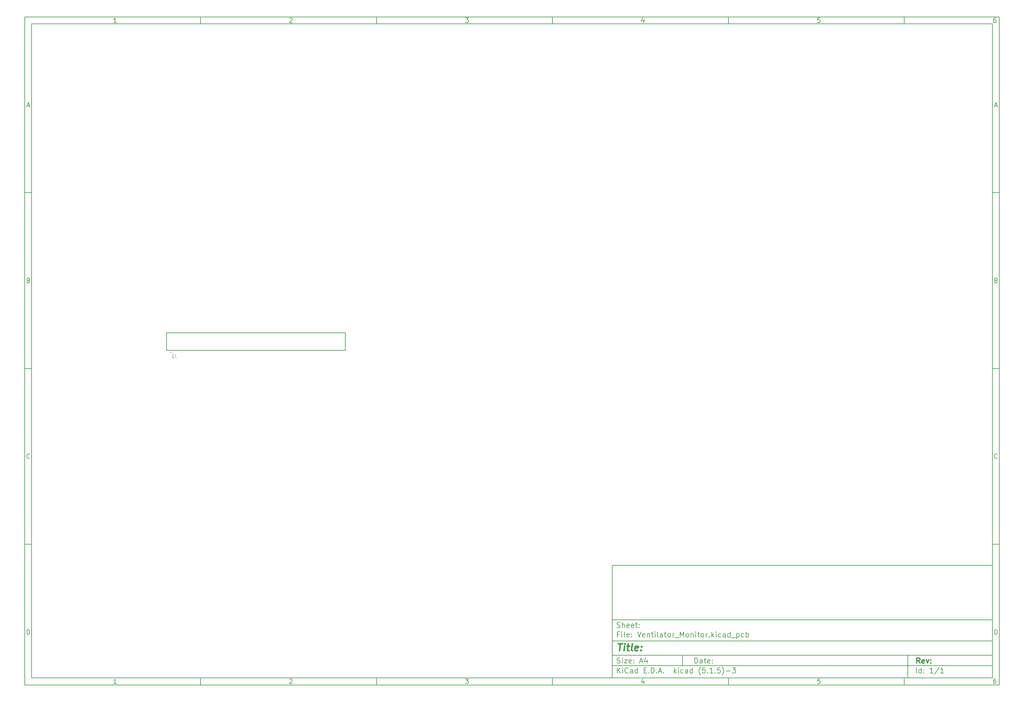
<source format=gbr>
G04 #@! TF.GenerationSoftware,KiCad,Pcbnew,(5.1.5)-3*
G04 #@! TF.CreationDate,2020-04-28T22:00:42-04:00*
G04 #@! TF.ProjectId,Ventilator_Monitor,56656e74-696c-4617-946f-725f4d6f6e69,rev?*
G04 #@! TF.SameCoordinates,Original*
G04 #@! TF.FileFunction,Legend,Bot*
G04 #@! TF.FilePolarity,Positive*
%FSLAX46Y46*%
G04 Gerber Fmt 4.6, Leading zero omitted, Abs format (unit mm)*
G04 Created by KiCad (PCBNEW (5.1.5)-3) date 2020-04-28 22:00:42*
%MOMM*%
%LPD*%
G04 APERTURE LIST*
%ADD10C,0.100000*%
%ADD11C,0.150000*%
%ADD12C,0.300000*%
%ADD13C,0.400000*%
%ADD14C,0.200000*%
%ADD15C,0.127000*%
%ADD16C,0.015000*%
G04 APERTURE END LIST*
D10*
D11*
X177002200Y-166007200D02*
X177002200Y-198007200D01*
X285002200Y-198007200D01*
X285002200Y-166007200D01*
X177002200Y-166007200D01*
D10*
D11*
X10000000Y-10000000D02*
X10000000Y-200007200D01*
X287002200Y-200007200D01*
X287002200Y-10000000D01*
X10000000Y-10000000D01*
D10*
D11*
X12000000Y-12000000D02*
X12000000Y-198007200D01*
X285002200Y-198007200D01*
X285002200Y-12000000D01*
X12000000Y-12000000D01*
D10*
D11*
X60000000Y-12000000D02*
X60000000Y-10000000D01*
D10*
D11*
X110000000Y-12000000D02*
X110000000Y-10000000D01*
D10*
D11*
X160000000Y-12000000D02*
X160000000Y-10000000D01*
D10*
D11*
X210000000Y-12000000D02*
X210000000Y-10000000D01*
D10*
D11*
X260000000Y-12000000D02*
X260000000Y-10000000D01*
D10*
D11*
X36065476Y-11588095D02*
X35322619Y-11588095D01*
X35694047Y-11588095D02*
X35694047Y-10288095D01*
X35570238Y-10473809D01*
X35446428Y-10597619D01*
X35322619Y-10659523D01*
D10*
D11*
X85322619Y-10411904D02*
X85384523Y-10350000D01*
X85508333Y-10288095D01*
X85817857Y-10288095D01*
X85941666Y-10350000D01*
X86003571Y-10411904D01*
X86065476Y-10535714D01*
X86065476Y-10659523D01*
X86003571Y-10845238D01*
X85260714Y-11588095D01*
X86065476Y-11588095D01*
D10*
D11*
X135260714Y-10288095D02*
X136065476Y-10288095D01*
X135632142Y-10783333D01*
X135817857Y-10783333D01*
X135941666Y-10845238D01*
X136003571Y-10907142D01*
X136065476Y-11030952D01*
X136065476Y-11340476D01*
X136003571Y-11464285D01*
X135941666Y-11526190D01*
X135817857Y-11588095D01*
X135446428Y-11588095D01*
X135322619Y-11526190D01*
X135260714Y-11464285D01*
D10*
D11*
X185941666Y-10721428D02*
X185941666Y-11588095D01*
X185632142Y-10226190D02*
X185322619Y-11154761D01*
X186127380Y-11154761D01*
D10*
D11*
X236003571Y-10288095D02*
X235384523Y-10288095D01*
X235322619Y-10907142D01*
X235384523Y-10845238D01*
X235508333Y-10783333D01*
X235817857Y-10783333D01*
X235941666Y-10845238D01*
X236003571Y-10907142D01*
X236065476Y-11030952D01*
X236065476Y-11340476D01*
X236003571Y-11464285D01*
X235941666Y-11526190D01*
X235817857Y-11588095D01*
X235508333Y-11588095D01*
X235384523Y-11526190D01*
X235322619Y-11464285D01*
D10*
D11*
X285941666Y-10288095D02*
X285694047Y-10288095D01*
X285570238Y-10350000D01*
X285508333Y-10411904D01*
X285384523Y-10597619D01*
X285322619Y-10845238D01*
X285322619Y-11340476D01*
X285384523Y-11464285D01*
X285446428Y-11526190D01*
X285570238Y-11588095D01*
X285817857Y-11588095D01*
X285941666Y-11526190D01*
X286003571Y-11464285D01*
X286065476Y-11340476D01*
X286065476Y-11030952D01*
X286003571Y-10907142D01*
X285941666Y-10845238D01*
X285817857Y-10783333D01*
X285570238Y-10783333D01*
X285446428Y-10845238D01*
X285384523Y-10907142D01*
X285322619Y-11030952D01*
D10*
D11*
X60000000Y-198007200D02*
X60000000Y-200007200D01*
D10*
D11*
X110000000Y-198007200D02*
X110000000Y-200007200D01*
D10*
D11*
X160000000Y-198007200D02*
X160000000Y-200007200D01*
D10*
D11*
X210000000Y-198007200D02*
X210000000Y-200007200D01*
D10*
D11*
X260000000Y-198007200D02*
X260000000Y-200007200D01*
D10*
D11*
X36065476Y-199595295D02*
X35322619Y-199595295D01*
X35694047Y-199595295D02*
X35694047Y-198295295D01*
X35570238Y-198481009D01*
X35446428Y-198604819D01*
X35322619Y-198666723D01*
D10*
D11*
X85322619Y-198419104D02*
X85384523Y-198357200D01*
X85508333Y-198295295D01*
X85817857Y-198295295D01*
X85941666Y-198357200D01*
X86003571Y-198419104D01*
X86065476Y-198542914D01*
X86065476Y-198666723D01*
X86003571Y-198852438D01*
X85260714Y-199595295D01*
X86065476Y-199595295D01*
D10*
D11*
X135260714Y-198295295D02*
X136065476Y-198295295D01*
X135632142Y-198790533D01*
X135817857Y-198790533D01*
X135941666Y-198852438D01*
X136003571Y-198914342D01*
X136065476Y-199038152D01*
X136065476Y-199347676D01*
X136003571Y-199471485D01*
X135941666Y-199533390D01*
X135817857Y-199595295D01*
X135446428Y-199595295D01*
X135322619Y-199533390D01*
X135260714Y-199471485D01*
D10*
D11*
X185941666Y-198728628D02*
X185941666Y-199595295D01*
X185632142Y-198233390D02*
X185322619Y-199161961D01*
X186127380Y-199161961D01*
D10*
D11*
X236003571Y-198295295D02*
X235384523Y-198295295D01*
X235322619Y-198914342D01*
X235384523Y-198852438D01*
X235508333Y-198790533D01*
X235817857Y-198790533D01*
X235941666Y-198852438D01*
X236003571Y-198914342D01*
X236065476Y-199038152D01*
X236065476Y-199347676D01*
X236003571Y-199471485D01*
X235941666Y-199533390D01*
X235817857Y-199595295D01*
X235508333Y-199595295D01*
X235384523Y-199533390D01*
X235322619Y-199471485D01*
D10*
D11*
X285941666Y-198295295D02*
X285694047Y-198295295D01*
X285570238Y-198357200D01*
X285508333Y-198419104D01*
X285384523Y-198604819D01*
X285322619Y-198852438D01*
X285322619Y-199347676D01*
X285384523Y-199471485D01*
X285446428Y-199533390D01*
X285570238Y-199595295D01*
X285817857Y-199595295D01*
X285941666Y-199533390D01*
X286003571Y-199471485D01*
X286065476Y-199347676D01*
X286065476Y-199038152D01*
X286003571Y-198914342D01*
X285941666Y-198852438D01*
X285817857Y-198790533D01*
X285570238Y-198790533D01*
X285446428Y-198852438D01*
X285384523Y-198914342D01*
X285322619Y-199038152D01*
D10*
D11*
X10000000Y-60000000D02*
X12000000Y-60000000D01*
D10*
D11*
X10000000Y-110000000D02*
X12000000Y-110000000D01*
D10*
D11*
X10000000Y-160000000D02*
X12000000Y-160000000D01*
D10*
D11*
X10690476Y-35216666D02*
X11309523Y-35216666D01*
X10566666Y-35588095D02*
X11000000Y-34288095D01*
X11433333Y-35588095D01*
D10*
D11*
X11092857Y-84907142D02*
X11278571Y-84969047D01*
X11340476Y-85030952D01*
X11402380Y-85154761D01*
X11402380Y-85340476D01*
X11340476Y-85464285D01*
X11278571Y-85526190D01*
X11154761Y-85588095D01*
X10659523Y-85588095D01*
X10659523Y-84288095D01*
X11092857Y-84288095D01*
X11216666Y-84350000D01*
X11278571Y-84411904D01*
X11340476Y-84535714D01*
X11340476Y-84659523D01*
X11278571Y-84783333D01*
X11216666Y-84845238D01*
X11092857Y-84907142D01*
X10659523Y-84907142D01*
D10*
D11*
X11402380Y-135464285D02*
X11340476Y-135526190D01*
X11154761Y-135588095D01*
X11030952Y-135588095D01*
X10845238Y-135526190D01*
X10721428Y-135402380D01*
X10659523Y-135278571D01*
X10597619Y-135030952D01*
X10597619Y-134845238D01*
X10659523Y-134597619D01*
X10721428Y-134473809D01*
X10845238Y-134350000D01*
X11030952Y-134288095D01*
X11154761Y-134288095D01*
X11340476Y-134350000D01*
X11402380Y-134411904D01*
D10*
D11*
X10659523Y-185588095D02*
X10659523Y-184288095D01*
X10969047Y-184288095D01*
X11154761Y-184350000D01*
X11278571Y-184473809D01*
X11340476Y-184597619D01*
X11402380Y-184845238D01*
X11402380Y-185030952D01*
X11340476Y-185278571D01*
X11278571Y-185402380D01*
X11154761Y-185526190D01*
X10969047Y-185588095D01*
X10659523Y-185588095D01*
D10*
D11*
X287002200Y-60000000D02*
X285002200Y-60000000D01*
D10*
D11*
X287002200Y-110000000D02*
X285002200Y-110000000D01*
D10*
D11*
X287002200Y-160000000D02*
X285002200Y-160000000D01*
D10*
D11*
X285692676Y-35216666D02*
X286311723Y-35216666D01*
X285568866Y-35588095D02*
X286002200Y-34288095D01*
X286435533Y-35588095D01*
D10*
D11*
X286095057Y-84907142D02*
X286280771Y-84969047D01*
X286342676Y-85030952D01*
X286404580Y-85154761D01*
X286404580Y-85340476D01*
X286342676Y-85464285D01*
X286280771Y-85526190D01*
X286156961Y-85588095D01*
X285661723Y-85588095D01*
X285661723Y-84288095D01*
X286095057Y-84288095D01*
X286218866Y-84350000D01*
X286280771Y-84411904D01*
X286342676Y-84535714D01*
X286342676Y-84659523D01*
X286280771Y-84783333D01*
X286218866Y-84845238D01*
X286095057Y-84907142D01*
X285661723Y-84907142D01*
D10*
D11*
X286404580Y-135464285D02*
X286342676Y-135526190D01*
X286156961Y-135588095D01*
X286033152Y-135588095D01*
X285847438Y-135526190D01*
X285723628Y-135402380D01*
X285661723Y-135278571D01*
X285599819Y-135030952D01*
X285599819Y-134845238D01*
X285661723Y-134597619D01*
X285723628Y-134473809D01*
X285847438Y-134350000D01*
X286033152Y-134288095D01*
X286156961Y-134288095D01*
X286342676Y-134350000D01*
X286404580Y-134411904D01*
D10*
D11*
X285661723Y-185588095D02*
X285661723Y-184288095D01*
X285971247Y-184288095D01*
X286156961Y-184350000D01*
X286280771Y-184473809D01*
X286342676Y-184597619D01*
X286404580Y-184845238D01*
X286404580Y-185030952D01*
X286342676Y-185278571D01*
X286280771Y-185402380D01*
X286156961Y-185526190D01*
X285971247Y-185588095D01*
X285661723Y-185588095D01*
D10*
D11*
X200434342Y-193785771D02*
X200434342Y-192285771D01*
X200791485Y-192285771D01*
X201005771Y-192357200D01*
X201148628Y-192500057D01*
X201220057Y-192642914D01*
X201291485Y-192928628D01*
X201291485Y-193142914D01*
X201220057Y-193428628D01*
X201148628Y-193571485D01*
X201005771Y-193714342D01*
X200791485Y-193785771D01*
X200434342Y-193785771D01*
X202577200Y-193785771D02*
X202577200Y-193000057D01*
X202505771Y-192857200D01*
X202362914Y-192785771D01*
X202077200Y-192785771D01*
X201934342Y-192857200D01*
X202577200Y-193714342D02*
X202434342Y-193785771D01*
X202077200Y-193785771D01*
X201934342Y-193714342D01*
X201862914Y-193571485D01*
X201862914Y-193428628D01*
X201934342Y-193285771D01*
X202077200Y-193214342D01*
X202434342Y-193214342D01*
X202577200Y-193142914D01*
X203077200Y-192785771D02*
X203648628Y-192785771D01*
X203291485Y-192285771D02*
X203291485Y-193571485D01*
X203362914Y-193714342D01*
X203505771Y-193785771D01*
X203648628Y-193785771D01*
X204720057Y-193714342D02*
X204577200Y-193785771D01*
X204291485Y-193785771D01*
X204148628Y-193714342D01*
X204077200Y-193571485D01*
X204077200Y-193000057D01*
X204148628Y-192857200D01*
X204291485Y-192785771D01*
X204577200Y-192785771D01*
X204720057Y-192857200D01*
X204791485Y-193000057D01*
X204791485Y-193142914D01*
X204077200Y-193285771D01*
X205434342Y-193642914D02*
X205505771Y-193714342D01*
X205434342Y-193785771D01*
X205362914Y-193714342D01*
X205434342Y-193642914D01*
X205434342Y-193785771D01*
X205434342Y-192857200D02*
X205505771Y-192928628D01*
X205434342Y-193000057D01*
X205362914Y-192928628D01*
X205434342Y-192857200D01*
X205434342Y-193000057D01*
D10*
D11*
X177002200Y-194507200D02*
X285002200Y-194507200D01*
D10*
D11*
X178434342Y-196585771D02*
X178434342Y-195085771D01*
X179291485Y-196585771D02*
X178648628Y-195728628D01*
X179291485Y-195085771D02*
X178434342Y-195942914D01*
X179934342Y-196585771D02*
X179934342Y-195585771D01*
X179934342Y-195085771D02*
X179862914Y-195157200D01*
X179934342Y-195228628D01*
X180005771Y-195157200D01*
X179934342Y-195085771D01*
X179934342Y-195228628D01*
X181505771Y-196442914D02*
X181434342Y-196514342D01*
X181220057Y-196585771D01*
X181077200Y-196585771D01*
X180862914Y-196514342D01*
X180720057Y-196371485D01*
X180648628Y-196228628D01*
X180577200Y-195942914D01*
X180577200Y-195728628D01*
X180648628Y-195442914D01*
X180720057Y-195300057D01*
X180862914Y-195157200D01*
X181077200Y-195085771D01*
X181220057Y-195085771D01*
X181434342Y-195157200D01*
X181505771Y-195228628D01*
X182791485Y-196585771D02*
X182791485Y-195800057D01*
X182720057Y-195657200D01*
X182577200Y-195585771D01*
X182291485Y-195585771D01*
X182148628Y-195657200D01*
X182791485Y-196514342D02*
X182648628Y-196585771D01*
X182291485Y-196585771D01*
X182148628Y-196514342D01*
X182077200Y-196371485D01*
X182077200Y-196228628D01*
X182148628Y-196085771D01*
X182291485Y-196014342D01*
X182648628Y-196014342D01*
X182791485Y-195942914D01*
X184148628Y-196585771D02*
X184148628Y-195085771D01*
X184148628Y-196514342D02*
X184005771Y-196585771D01*
X183720057Y-196585771D01*
X183577200Y-196514342D01*
X183505771Y-196442914D01*
X183434342Y-196300057D01*
X183434342Y-195871485D01*
X183505771Y-195728628D01*
X183577200Y-195657200D01*
X183720057Y-195585771D01*
X184005771Y-195585771D01*
X184148628Y-195657200D01*
X186005771Y-195800057D02*
X186505771Y-195800057D01*
X186720057Y-196585771D02*
X186005771Y-196585771D01*
X186005771Y-195085771D01*
X186720057Y-195085771D01*
X187362914Y-196442914D02*
X187434342Y-196514342D01*
X187362914Y-196585771D01*
X187291485Y-196514342D01*
X187362914Y-196442914D01*
X187362914Y-196585771D01*
X188077200Y-196585771D02*
X188077200Y-195085771D01*
X188434342Y-195085771D01*
X188648628Y-195157200D01*
X188791485Y-195300057D01*
X188862914Y-195442914D01*
X188934342Y-195728628D01*
X188934342Y-195942914D01*
X188862914Y-196228628D01*
X188791485Y-196371485D01*
X188648628Y-196514342D01*
X188434342Y-196585771D01*
X188077200Y-196585771D01*
X189577200Y-196442914D02*
X189648628Y-196514342D01*
X189577200Y-196585771D01*
X189505771Y-196514342D01*
X189577200Y-196442914D01*
X189577200Y-196585771D01*
X190220057Y-196157200D02*
X190934342Y-196157200D01*
X190077200Y-196585771D02*
X190577200Y-195085771D01*
X191077200Y-196585771D01*
X191577200Y-196442914D02*
X191648628Y-196514342D01*
X191577200Y-196585771D01*
X191505771Y-196514342D01*
X191577200Y-196442914D01*
X191577200Y-196585771D01*
X194577200Y-196585771D02*
X194577200Y-195085771D01*
X194720057Y-196014342D02*
X195148628Y-196585771D01*
X195148628Y-195585771D02*
X194577200Y-196157200D01*
X195791485Y-196585771D02*
X195791485Y-195585771D01*
X195791485Y-195085771D02*
X195720057Y-195157200D01*
X195791485Y-195228628D01*
X195862914Y-195157200D01*
X195791485Y-195085771D01*
X195791485Y-195228628D01*
X197148628Y-196514342D02*
X197005771Y-196585771D01*
X196720057Y-196585771D01*
X196577200Y-196514342D01*
X196505771Y-196442914D01*
X196434342Y-196300057D01*
X196434342Y-195871485D01*
X196505771Y-195728628D01*
X196577200Y-195657200D01*
X196720057Y-195585771D01*
X197005771Y-195585771D01*
X197148628Y-195657200D01*
X198434342Y-196585771D02*
X198434342Y-195800057D01*
X198362914Y-195657200D01*
X198220057Y-195585771D01*
X197934342Y-195585771D01*
X197791485Y-195657200D01*
X198434342Y-196514342D02*
X198291485Y-196585771D01*
X197934342Y-196585771D01*
X197791485Y-196514342D01*
X197720057Y-196371485D01*
X197720057Y-196228628D01*
X197791485Y-196085771D01*
X197934342Y-196014342D01*
X198291485Y-196014342D01*
X198434342Y-195942914D01*
X199791485Y-196585771D02*
X199791485Y-195085771D01*
X199791485Y-196514342D02*
X199648628Y-196585771D01*
X199362914Y-196585771D01*
X199220057Y-196514342D01*
X199148628Y-196442914D01*
X199077200Y-196300057D01*
X199077200Y-195871485D01*
X199148628Y-195728628D01*
X199220057Y-195657200D01*
X199362914Y-195585771D01*
X199648628Y-195585771D01*
X199791485Y-195657200D01*
X202077200Y-197157200D02*
X202005771Y-197085771D01*
X201862914Y-196871485D01*
X201791485Y-196728628D01*
X201720057Y-196514342D01*
X201648628Y-196157200D01*
X201648628Y-195871485D01*
X201720057Y-195514342D01*
X201791485Y-195300057D01*
X201862914Y-195157200D01*
X202005771Y-194942914D01*
X202077200Y-194871485D01*
X203362914Y-195085771D02*
X202648628Y-195085771D01*
X202577200Y-195800057D01*
X202648628Y-195728628D01*
X202791485Y-195657200D01*
X203148628Y-195657200D01*
X203291485Y-195728628D01*
X203362914Y-195800057D01*
X203434342Y-195942914D01*
X203434342Y-196300057D01*
X203362914Y-196442914D01*
X203291485Y-196514342D01*
X203148628Y-196585771D01*
X202791485Y-196585771D01*
X202648628Y-196514342D01*
X202577200Y-196442914D01*
X204077200Y-196442914D02*
X204148628Y-196514342D01*
X204077200Y-196585771D01*
X204005771Y-196514342D01*
X204077200Y-196442914D01*
X204077200Y-196585771D01*
X205577200Y-196585771D02*
X204720057Y-196585771D01*
X205148628Y-196585771D02*
X205148628Y-195085771D01*
X205005771Y-195300057D01*
X204862914Y-195442914D01*
X204720057Y-195514342D01*
X206220057Y-196442914D02*
X206291485Y-196514342D01*
X206220057Y-196585771D01*
X206148628Y-196514342D01*
X206220057Y-196442914D01*
X206220057Y-196585771D01*
X207648628Y-195085771D02*
X206934342Y-195085771D01*
X206862914Y-195800057D01*
X206934342Y-195728628D01*
X207077200Y-195657200D01*
X207434342Y-195657200D01*
X207577200Y-195728628D01*
X207648628Y-195800057D01*
X207720057Y-195942914D01*
X207720057Y-196300057D01*
X207648628Y-196442914D01*
X207577200Y-196514342D01*
X207434342Y-196585771D01*
X207077200Y-196585771D01*
X206934342Y-196514342D01*
X206862914Y-196442914D01*
X208220057Y-197157200D02*
X208291485Y-197085771D01*
X208434342Y-196871485D01*
X208505771Y-196728628D01*
X208577200Y-196514342D01*
X208648628Y-196157200D01*
X208648628Y-195871485D01*
X208577200Y-195514342D01*
X208505771Y-195300057D01*
X208434342Y-195157200D01*
X208291485Y-194942914D01*
X208220057Y-194871485D01*
X209362914Y-196014342D02*
X210505771Y-196014342D01*
X211077200Y-195085771D02*
X212005771Y-195085771D01*
X211505771Y-195657200D01*
X211720057Y-195657200D01*
X211862914Y-195728628D01*
X211934342Y-195800057D01*
X212005771Y-195942914D01*
X212005771Y-196300057D01*
X211934342Y-196442914D01*
X211862914Y-196514342D01*
X211720057Y-196585771D01*
X211291485Y-196585771D01*
X211148628Y-196514342D01*
X211077200Y-196442914D01*
D10*
D11*
X177002200Y-191507200D02*
X285002200Y-191507200D01*
D10*
D12*
X264411485Y-193785771D02*
X263911485Y-193071485D01*
X263554342Y-193785771D02*
X263554342Y-192285771D01*
X264125771Y-192285771D01*
X264268628Y-192357200D01*
X264340057Y-192428628D01*
X264411485Y-192571485D01*
X264411485Y-192785771D01*
X264340057Y-192928628D01*
X264268628Y-193000057D01*
X264125771Y-193071485D01*
X263554342Y-193071485D01*
X265625771Y-193714342D02*
X265482914Y-193785771D01*
X265197200Y-193785771D01*
X265054342Y-193714342D01*
X264982914Y-193571485D01*
X264982914Y-193000057D01*
X265054342Y-192857200D01*
X265197200Y-192785771D01*
X265482914Y-192785771D01*
X265625771Y-192857200D01*
X265697200Y-193000057D01*
X265697200Y-193142914D01*
X264982914Y-193285771D01*
X266197200Y-192785771D02*
X266554342Y-193785771D01*
X266911485Y-192785771D01*
X267482914Y-193642914D02*
X267554342Y-193714342D01*
X267482914Y-193785771D01*
X267411485Y-193714342D01*
X267482914Y-193642914D01*
X267482914Y-193785771D01*
X267482914Y-192857200D02*
X267554342Y-192928628D01*
X267482914Y-193000057D01*
X267411485Y-192928628D01*
X267482914Y-192857200D01*
X267482914Y-193000057D01*
D10*
D11*
X178362914Y-193714342D02*
X178577200Y-193785771D01*
X178934342Y-193785771D01*
X179077200Y-193714342D01*
X179148628Y-193642914D01*
X179220057Y-193500057D01*
X179220057Y-193357200D01*
X179148628Y-193214342D01*
X179077200Y-193142914D01*
X178934342Y-193071485D01*
X178648628Y-193000057D01*
X178505771Y-192928628D01*
X178434342Y-192857200D01*
X178362914Y-192714342D01*
X178362914Y-192571485D01*
X178434342Y-192428628D01*
X178505771Y-192357200D01*
X178648628Y-192285771D01*
X179005771Y-192285771D01*
X179220057Y-192357200D01*
X179862914Y-193785771D02*
X179862914Y-192785771D01*
X179862914Y-192285771D02*
X179791485Y-192357200D01*
X179862914Y-192428628D01*
X179934342Y-192357200D01*
X179862914Y-192285771D01*
X179862914Y-192428628D01*
X180434342Y-192785771D02*
X181220057Y-192785771D01*
X180434342Y-193785771D01*
X181220057Y-193785771D01*
X182362914Y-193714342D02*
X182220057Y-193785771D01*
X181934342Y-193785771D01*
X181791485Y-193714342D01*
X181720057Y-193571485D01*
X181720057Y-193000057D01*
X181791485Y-192857200D01*
X181934342Y-192785771D01*
X182220057Y-192785771D01*
X182362914Y-192857200D01*
X182434342Y-193000057D01*
X182434342Y-193142914D01*
X181720057Y-193285771D01*
X183077200Y-193642914D02*
X183148628Y-193714342D01*
X183077200Y-193785771D01*
X183005771Y-193714342D01*
X183077200Y-193642914D01*
X183077200Y-193785771D01*
X183077200Y-192857200D02*
X183148628Y-192928628D01*
X183077200Y-193000057D01*
X183005771Y-192928628D01*
X183077200Y-192857200D01*
X183077200Y-193000057D01*
X184862914Y-193357200D02*
X185577200Y-193357200D01*
X184720057Y-193785771D02*
X185220057Y-192285771D01*
X185720057Y-193785771D01*
X186862914Y-192785771D02*
X186862914Y-193785771D01*
X186505771Y-192214342D02*
X186148628Y-193285771D01*
X187077200Y-193285771D01*
D10*
D11*
X263434342Y-196585771D02*
X263434342Y-195085771D01*
X264791485Y-196585771D02*
X264791485Y-195085771D01*
X264791485Y-196514342D02*
X264648628Y-196585771D01*
X264362914Y-196585771D01*
X264220057Y-196514342D01*
X264148628Y-196442914D01*
X264077200Y-196300057D01*
X264077200Y-195871485D01*
X264148628Y-195728628D01*
X264220057Y-195657200D01*
X264362914Y-195585771D01*
X264648628Y-195585771D01*
X264791485Y-195657200D01*
X265505771Y-196442914D02*
X265577200Y-196514342D01*
X265505771Y-196585771D01*
X265434342Y-196514342D01*
X265505771Y-196442914D01*
X265505771Y-196585771D01*
X265505771Y-195657200D02*
X265577200Y-195728628D01*
X265505771Y-195800057D01*
X265434342Y-195728628D01*
X265505771Y-195657200D01*
X265505771Y-195800057D01*
X268148628Y-196585771D02*
X267291485Y-196585771D01*
X267720057Y-196585771D02*
X267720057Y-195085771D01*
X267577200Y-195300057D01*
X267434342Y-195442914D01*
X267291485Y-195514342D01*
X269862914Y-195014342D02*
X268577200Y-196942914D01*
X271148628Y-196585771D02*
X270291485Y-196585771D01*
X270720057Y-196585771D02*
X270720057Y-195085771D01*
X270577200Y-195300057D01*
X270434342Y-195442914D01*
X270291485Y-195514342D01*
D10*
D11*
X177002200Y-187507200D02*
X285002200Y-187507200D01*
D10*
D13*
X178714580Y-188211961D02*
X179857438Y-188211961D01*
X179036009Y-190211961D02*
X179286009Y-188211961D01*
X180274104Y-190211961D02*
X180440771Y-188878628D01*
X180524104Y-188211961D02*
X180416961Y-188307200D01*
X180500295Y-188402438D01*
X180607438Y-188307200D01*
X180524104Y-188211961D01*
X180500295Y-188402438D01*
X181107438Y-188878628D02*
X181869342Y-188878628D01*
X181476485Y-188211961D02*
X181262200Y-189926247D01*
X181333628Y-190116723D01*
X181512200Y-190211961D01*
X181702676Y-190211961D01*
X182655057Y-190211961D02*
X182476485Y-190116723D01*
X182405057Y-189926247D01*
X182619342Y-188211961D01*
X184190771Y-190116723D02*
X183988390Y-190211961D01*
X183607438Y-190211961D01*
X183428866Y-190116723D01*
X183357438Y-189926247D01*
X183452676Y-189164342D01*
X183571723Y-188973866D01*
X183774104Y-188878628D01*
X184155057Y-188878628D01*
X184333628Y-188973866D01*
X184405057Y-189164342D01*
X184381247Y-189354819D01*
X183405057Y-189545295D01*
X185155057Y-190021485D02*
X185238390Y-190116723D01*
X185131247Y-190211961D01*
X185047914Y-190116723D01*
X185155057Y-190021485D01*
X185131247Y-190211961D01*
X185286009Y-188973866D02*
X185369342Y-189069104D01*
X185262200Y-189164342D01*
X185178866Y-189069104D01*
X185286009Y-188973866D01*
X185262200Y-189164342D01*
D10*
D11*
X178934342Y-185600057D02*
X178434342Y-185600057D01*
X178434342Y-186385771D02*
X178434342Y-184885771D01*
X179148628Y-184885771D01*
X179720057Y-186385771D02*
X179720057Y-185385771D01*
X179720057Y-184885771D02*
X179648628Y-184957200D01*
X179720057Y-185028628D01*
X179791485Y-184957200D01*
X179720057Y-184885771D01*
X179720057Y-185028628D01*
X180648628Y-186385771D02*
X180505771Y-186314342D01*
X180434342Y-186171485D01*
X180434342Y-184885771D01*
X181791485Y-186314342D02*
X181648628Y-186385771D01*
X181362914Y-186385771D01*
X181220057Y-186314342D01*
X181148628Y-186171485D01*
X181148628Y-185600057D01*
X181220057Y-185457200D01*
X181362914Y-185385771D01*
X181648628Y-185385771D01*
X181791485Y-185457200D01*
X181862914Y-185600057D01*
X181862914Y-185742914D01*
X181148628Y-185885771D01*
X182505771Y-186242914D02*
X182577200Y-186314342D01*
X182505771Y-186385771D01*
X182434342Y-186314342D01*
X182505771Y-186242914D01*
X182505771Y-186385771D01*
X182505771Y-185457200D02*
X182577200Y-185528628D01*
X182505771Y-185600057D01*
X182434342Y-185528628D01*
X182505771Y-185457200D01*
X182505771Y-185600057D01*
X184148628Y-184885771D02*
X184648628Y-186385771D01*
X185148628Y-184885771D01*
X186220057Y-186314342D02*
X186077200Y-186385771D01*
X185791485Y-186385771D01*
X185648628Y-186314342D01*
X185577200Y-186171485D01*
X185577200Y-185600057D01*
X185648628Y-185457200D01*
X185791485Y-185385771D01*
X186077200Y-185385771D01*
X186220057Y-185457200D01*
X186291485Y-185600057D01*
X186291485Y-185742914D01*
X185577200Y-185885771D01*
X186934342Y-185385771D02*
X186934342Y-186385771D01*
X186934342Y-185528628D02*
X187005771Y-185457200D01*
X187148628Y-185385771D01*
X187362914Y-185385771D01*
X187505771Y-185457200D01*
X187577200Y-185600057D01*
X187577200Y-186385771D01*
X188077200Y-185385771D02*
X188648628Y-185385771D01*
X188291485Y-184885771D02*
X188291485Y-186171485D01*
X188362914Y-186314342D01*
X188505771Y-186385771D01*
X188648628Y-186385771D01*
X189148628Y-186385771D02*
X189148628Y-185385771D01*
X189148628Y-184885771D02*
X189077200Y-184957200D01*
X189148628Y-185028628D01*
X189220057Y-184957200D01*
X189148628Y-184885771D01*
X189148628Y-185028628D01*
X190077200Y-186385771D02*
X189934342Y-186314342D01*
X189862914Y-186171485D01*
X189862914Y-184885771D01*
X191291485Y-186385771D02*
X191291485Y-185600057D01*
X191220057Y-185457200D01*
X191077200Y-185385771D01*
X190791485Y-185385771D01*
X190648628Y-185457200D01*
X191291485Y-186314342D02*
X191148628Y-186385771D01*
X190791485Y-186385771D01*
X190648628Y-186314342D01*
X190577200Y-186171485D01*
X190577200Y-186028628D01*
X190648628Y-185885771D01*
X190791485Y-185814342D01*
X191148628Y-185814342D01*
X191291485Y-185742914D01*
X191791485Y-185385771D02*
X192362914Y-185385771D01*
X192005771Y-184885771D02*
X192005771Y-186171485D01*
X192077200Y-186314342D01*
X192220057Y-186385771D01*
X192362914Y-186385771D01*
X193077200Y-186385771D02*
X192934342Y-186314342D01*
X192862914Y-186242914D01*
X192791485Y-186100057D01*
X192791485Y-185671485D01*
X192862914Y-185528628D01*
X192934342Y-185457200D01*
X193077200Y-185385771D01*
X193291485Y-185385771D01*
X193434342Y-185457200D01*
X193505771Y-185528628D01*
X193577200Y-185671485D01*
X193577200Y-186100057D01*
X193505771Y-186242914D01*
X193434342Y-186314342D01*
X193291485Y-186385771D01*
X193077200Y-186385771D01*
X194220057Y-186385771D02*
X194220057Y-185385771D01*
X194220057Y-185671485D02*
X194291485Y-185528628D01*
X194362914Y-185457200D01*
X194505771Y-185385771D01*
X194648628Y-185385771D01*
X194791485Y-186528628D02*
X195934342Y-186528628D01*
X196291485Y-186385771D02*
X196291485Y-184885771D01*
X196791485Y-185957200D01*
X197291485Y-184885771D01*
X197291485Y-186385771D01*
X198220057Y-186385771D02*
X198077200Y-186314342D01*
X198005771Y-186242914D01*
X197934342Y-186100057D01*
X197934342Y-185671485D01*
X198005771Y-185528628D01*
X198077200Y-185457200D01*
X198220057Y-185385771D01*
X198434342Y-185385771D01*
X198577200Y-185457200D01*
X198648628Y-185528628D01*
X198720057Y-185671485D01*
X198720057Y-186100057D01*
X198648628Y-186242914D01*
X198577200Y-186314342D01*
X198434342Y-186385771D01*
X198220057Y-186385771D01*
X199362914Y-185385771D02*
X199362914Y-186385771D01*
X199362914Y-185528628D02*
X199434342Y-185457200D01*
X199577200Y-185385771D01*
X199791485Y-185385771D01*
X199934342Y-185457200D01*
X200005771Y-185600057D01*
X200005771Y-186385771D01*
X200720057Y-186385771D02*
X200720057Y-185385771D01*
X200720057Y-184885771D02*
X200648628Y-184957200D01*
X200720057Y-185028628D01*
X200791485Y-184957200D01*
X200720057Y-184885771D01*
X200720057Y-185028628D01*
X201220057Y-185385771D02*
X201791485Y-185385771D01*
X201434342Y-184885771D02*
X201434342Y-186171485D01*
X201505771Y-186314342D01*
X201648628Y-186385771D01*
X201791485Y-186385771D01*
X202505771Y-186385771D02*
X202362914Y-186314342D01*
X202291485Y-186242914D01*
X202220057Y-186100057D01*
X202220057Y-185671485D01*
X202291485Y-185528628D01*
X202362914Y-185457200D01*
X202505771Y-185385771D01*
X202720057Y-185385771D01*
X202862914Y-185457200D01*
X202934342Y-185528628D01*
X203005771Y-185671485D01*
X203005771Y-186100057D01*
X202934342Y-186242914D01*
X202862914Y-186314342D01*
X202720057Y-186385771D01*
X202505771Y-186385771D01*
X203648628Y-186385771D02*
X203648628Y-185385771D01*
X203648628Y-185671485D02*
X203720057Y-185528628D01*
X203791485Y-185457200D01*
X203934342Y-185385771D01*
X204077200Y-185385771D01*
X204577200Y-186242914D02*
X204648628Y-186314342D01*
X204577200Y-186385771D01*
X204505771Y-186314342D01*
X204577200Y-186242914D01*
X204577200Y-186385771D01*
X205291485Y-186385771D02*
X205291485Y-184885771D01*
X205434342Y-185814342D02*
X205862914Y-186385771D01*
X205862914Y-185385771D02*
X205291485Y-185957200D01*
X206505771Y-186385771D02*
X206505771Y-185385771D01*
X206505771Y-184885771D02*
X206434342Y-184957200D01*
X206505771Y-185028628D01*
X206577200Y-184957200D01*
X206505771Y-184885771D01*
X206505771Y-185028628D01*
X207862914Y-186314342D02*
X207720057Y-186385771D01*
X207434342Y-186385771D01*
X207291485Y-186314342D01*
X207220057Y-186242914D01*
X207148628Y-186100057D01*
X207148628Y-185671485D01*
X207220057Y-185528628D01*
X207291485Y-185457200D01*
X207434342Y-185385771D01*
X207720057Y-185385771D01*
X207862914Y-185457200D01*
X209148628Y-186385771D02*
X209148628Y-185600057D01*
X209077200Y-185457200D01*
X208934342Y-185385771D01*
X208648628Y-185385771D01*
X208505771Y-185457200D01*
X209148628Y-186314342D02*
X209005771Y-186385771D01*
X208648628Y-186385771D01*
X208505771Y-186314342D01*
X208434342Y-186171485D01*
X208434342Y-186028628D01*
X208505771Y-185885771D01*
X208648628Y-185814342D01*
X209005771Y-185814342D01*
X209148628Y-185742914D01*
X210505771Y-186385771D02*
X210505771Y-184885771D01*
X210505771Y-186314342D02*
X210362914Y-186385771D01*
X210077200Y-186385771D01*
X209934342Y-186314342D01*
X209862914Y-186242914D01*
X209791485Y-186100057D01*
X209791485Y-185671485D01*
X209862914Y-185528628D01*
X209934342Y-185457200D01*
X210077200Y-185385771D01*
X210362914Y-185385771D01*
X210505771Y-185457200D01*
X210862914Y-186528628D02*
X212005771Y-186528628D01*
X212362914Y-185385771D02*
X212362914Y-186885771D01*
X212362914Y-185457200D02*
X212505771Y-185385771D01*
X212791485Y-185385771D01*
X212934342Y-185457200D01*
X213005771Y-185528628D01*
X213077200Y-185671485D01*
X213077200Y-186100057D01*
X213005771Y-186242914D01*
X212934342Y-186314342D01*
X212791485Y-186385771D01*
X212505771Y-186385771D01*
X212362914Y-186314342D01*
X214362914Y-186314342D02*
X214220057Y-186385771D01*
X213934342Y-186385771D01*
X213791485Y-186314342D01*
X213720057Y-186242914D01*
X213648628Y-186100057D01*
X213648628Y-185671485D01*
X213720057Y-185528628D01*
X213791485Y-185457200D01*
X213934342Y-185385771D01*
X214220057Y-185385771D01*
X214362914Y-185457200D01*
X215005771Y-186385771D02*
X215005771Y-184885771D01*
X215005771Y-185457200D02*
X215148628Y-185385771D01*
X215434342Y-185385771D01*
X215577200Y-185457200D01*
X215648628Y-185528628D01*
X215720057Y-185671485D01*
X215720057Y-186100057D01*
X215648628Y-186242914D01*
X215577200Y-186314342D01*
X215434342Y-186385771D01*
X215148628Y-186385771D01*
X215005771Y-186314342D01*
D10*
D11*
X177002200Y-181507200D02*
X285002200Y-181507200D01*
D10*
D11*
X178362914Y-183614342D02*
X178577200Y-183685771D01*
X178934342Y-183685771D01*
X179077200Y-183614342D01*
X179148628Y-183542914D01*
X179220057Y-183400057D01*
X179220057Y-183257200D01*
X179148628Y-183114342D01*
X179077200Y-183042914D01*
X178934342Y-182971485D01*
X178648628Y-182900057D01*
X178505771Y-182828628D01*
X178434342Y-182757200D01*
X178362914Y-182614342D01*
X178362914Y-182471485D01*
X178434342Y-182328628D01*
X178505771Y-182257200D01*
X178648628Y-182185771D01*
X179005771Y-182185771D01*
X179220057Y-182257200D01*
X179862914Y-183685771D02*
X179862914Y-182185771D01*
X180505771Y-183685771D02*
X180505771Y-182900057D01*
X180434342Y-182757200D01*
X180291485Y-182685771D01*
X180077200Y-182685771D01*
X179934342Y-182757200D01*
X179862914Y-182828628D01*
X181791485Y-183614342D02*
X181648628Y-183685771D01*
X181362914Y-183685771D01*
X181220057Y-183614342D01*
X181148628Y-183471485D01*
X181148628Y-182900057D01*
X181220057Y-182757200D01*
X181362914Y-182685771D01*
X181648628Y-182685771D01*
X181791485Y-182757200D01*
X181862914Y-182900057D01*
X181862914Y-183042914D01*
X181148628Y-183185771D01*
X183077200Y-183614342D02*
X182934342Y-183685771D01*
X182648628Y-183685771D01*
X182505771Y-183614342D01*
X182434342Y-183471485D01*
X182434342Y-182900057D01*
X182505771Y-182757200D01*
X182648628Y-182685771D01*
X182934342Y-182685771D01*
X183077200Y-182757200D01*
X183148628Y-182900057D01*
X183148628Y-183042914D01*
X182434342Y-183185771D01*
X183577200Y-182685771D02*
X184148628Y-182685771D01*
X183791485Y-182185771D02*
X183791485Y-183471485D01*
X183862914Y-183614342D01*
X184005771Y-183685771D01*
X184148628Y-183685771D01*
X184648628Y-183542914D02*
X184720057Y-183614342D01*
X184648628Y-183685771D01*
X184577200Y-183614342D01*
X184648628Y-183542914D01*
X184648628Y-183685771D01*
X184648628Y-182757200D02*
X184720057Y-182828628D01*
X184648628Y-182900057D01*
X184577200Y-182828628D01*
X184648628Y-182757200D01*
X184648628Y-182900057D01*
D10*
D11*
X197002200Y-191507200D02*
X197002200Y-194507200D01*
D10*
D11*
X261002200Y-191507200D02*
X261002200Y-198007200D01*
D14*
X51712800Y-105487400D02*
G75*
G03X51712800Y-105487400I-100000J0D01*
G01*
D15*
X101142800Y-99887400D02*
X50342800Y-99887400D01*
X101142800Y-104887400D02*
X101142800Y-99887400D01*
X50342800Y-104887400D02*
X101142800Y-104887400D01*
X50342800Y-99887400D02*
X50342800Y-104887400D01*
D16*
X52851133Y-105974780D02*
X52851133Y-106689066D01*
X52898752Y-106831923D01*
X52993990Y-106927161D01*
X53136847Y-106974780D01*
X53232085Y-106974780D01*
X52422561Y-106070019D02*
X52374942Y-106022400D01*
X52279704Y-105974780D01*
X52041609Y-105974780D01*
X51946371Y-106022400D01*
X51898752Y-106070019D01*
X51851133Y-106165257D01*
X51851133Y-106260495D01*
X51898752Y-106403352D01*
X52470180Y-106974780D01*
X51851133Y-106974780D01*
M02*

</source>
